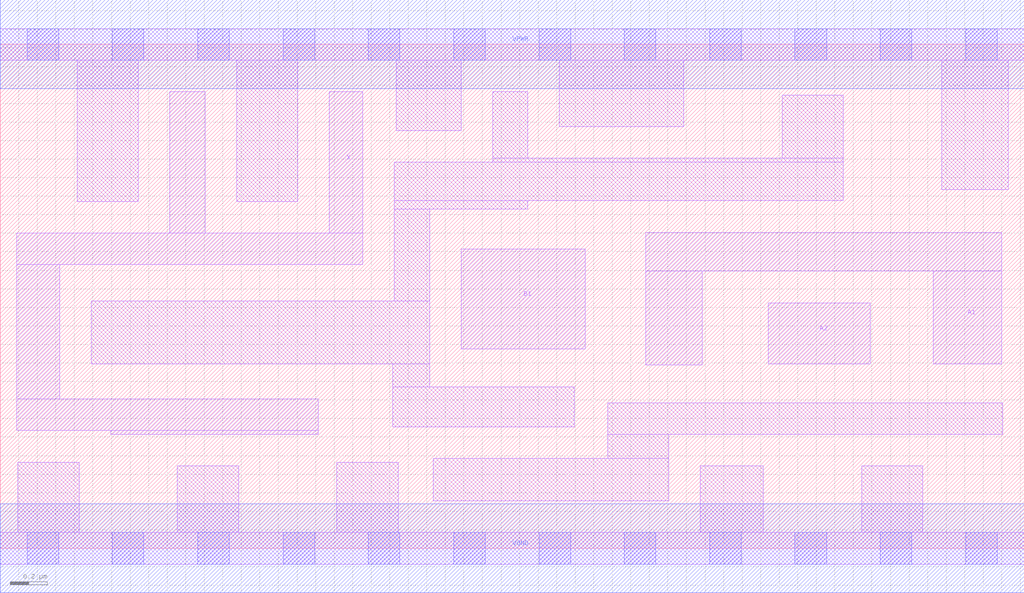
<source format=lef>
# Copyright 2020 The SkyWater PDK Authors
#
# Licensed under the Apache License, Version 2.0 (the "License");
# you may not use this file except in compliance with the License.
# You may obtain a copy of the License at
#
#     https://www.apache.org/licenses/LICENSE-2.0
#
# Unless required by applicable law or agreed to in writing, software
# distributed under the License is distributed on an "AS IS" BASIS,
# WITHOUT WARRANTIES OR CONDITIONS OF ANY KIND, either express or implied.
# See the License for the specific language governing permissions and
# limitations under the License.
#
# SPDX-License-Identifier: Apache-2.0

VERSION 5.7 ;
  NAMESCASESENSITIVE ON ;
  NOWIREEXTENSIONATPIN ON ;
  DIVIDERCHAR "/" ;
  BUSBITCHARS "[]" ;
UNITS
  DATABASE MICRONS 200 ;
END UNITS
MACRO sky130_fd_sc_hd__o21a_4
  CLASS CORE ;
  SOURCE USER ;
  FOREIGN sky130_fd_sc_hd__o21a_4 ;
  ORIGIN  0.000000  0.000000 ;
  SIZE  5.520000 BY  2.720000 ;
  SYMMETRY X Y R90 ;
  SITE unithd ;
  PIN A1
    ANTENNAGATEAREA  0.495000 ;
    DIRECTION INPUT ;
    USE SIGNAL ;
    PORT
      LAYER li1 ;
        RECT 3.480000 0.990000 3.785000 1.495000 ;
        RECT 3.480000 1.495000 5.400000 1.705000 ;
        RECT 5.030000 0.995000 5.400000 1.495000 ;
    END
  END A1
  PIN A2
    ANTENNAGATEAREA  0.495000 ;
    DIRECTION INPUT ;
    USE SIGNAL ;
    PORT
      LAYER li1 ;
        RECT 4.140000 0.995000 4.690000 1.325000 ;
    END
  END A2
  PIN B1
    ANTENNAGATEAREA  0.495000 ;
    DIRECTION INPUT ;
    USE SIGNAL ;
    PORT
      LAYER li1 ;
        RECT 2.485000 1.075000 3.155000 1.615000 ;
    END
  END B1
  PIN X
    ANTENNADIFFAREA  0.924000 ;
    DIRECTION OUTPUT ;
    USE SIGNAL ;
    PORT
      LAYER li1 ;
        RECT 0.090000 0.635000 1.715000 0.805000 ;
        RECT 0.090000 0.805000 0.320000 1.530000 ;
        RECT 0.090000 1.530000 1.955000 1.700000 ;
        RECT 0.595000 0.615000 1.715000 0.635000 ;
        RECT 0.915000 1.700000 1.105000 2.465000 ;
        RECT 1.775000 1.700000 1.955000 2.465000 ;
    END
  END X
  PIN VGND
    DIRECTION INOUT ;
    SHAPE ABUTMENT ;
    USE GROUND ;
    PORT
      LAYER met1 ;
        RECT 0.000000 -0.240000 5.520000 0.240000 ;
    END
  END VGND
  PIN VPWR
    DIRECTION INOUT ;
    SHAPE ABUTMENT ;
    USE POWER ;
    PORT
      LAYER met1 ;
        RECT 0.000000 2.480000 5.520000 2.960000 ;
    END
  END VPWR
  OBS
    LAYER li1 ;
      RECT 0.000000 -0.085000 5.520000 0.085000 ;
      RECT 0.000000  2.635000 5.520000 2.805000 ;
      RECT 0.095000  0.085000 0.425000 0.465000 ;
      RECT 0.415000  1.870000 0.745000 2.635000 ;
      RECT 0.490000  0.995000 2.315000 1.335000 ;
      RECT 0.955000  0.085000 1.285000 0.445000 ;
      RECT 1.275000  1.870000 1.605000 2.635000 ;
      RECT 1.815000  0.085000 2.145000 0.465000 ;
      RECT 2.115000  0.655000 3.095000 0.870000 ;
      RECT 2.115000  0.870000 2.315000 0.995000 ;
      RECT 2.125000  1.335000 2.315000 1.830000 ;
      RECT 2.125000  1.830000 2.845000 1.875000 ;
      RECT 2.125000  1.875000 4.545000 2.085000 ;
      RECT 2.135000  2.255000 2.485000 2.635000 ;
      RECT 2.335000  0.255000 3.605000 0.485000 ;
      RECT 2.655000  2.085000 4.545000 2.105000 ;
      RECT 2.655000  2.105000 2.845000 2.465000 ;
      RECT 3.015000  2.275000 3.685000 2.635000 ;
      RECT 3.275000  0.485000 3.605000 0.615000 ;
      RECT 3.275000  0.615000 5.405000 0.785000 ;
      RECT 3.775000  0.085000 4.115000 0.445000 ;
      RECT 4.215000  2.105000 4.545000 2.445000 ;
      RECT 4.645000  0.085000 4.975000 0.445000 ;
      RECT 5.075000  1.935000 5.435000 2.635000 ;
    LAYER mcon ;
      RECT 0.145000 -0.085000 0.315000 0.085000 ;
      RECT 0.145000  2.635000 0.315000 2.805000 ;
      RECT 0.605000 -0.085000 0.775000 0.085000 ;
      RECT 0.605000  2.635000 0.775000 2.805000 ;
      RECT 1.065000 -0.085000 1.235000 0.085000 ;
      RECT 1.065000  2.635000 1.235000 2.805000 ;
      RECT 1.525000 -0.085000 1.695000 0.085000 ;
      RECT 1.525000  2.635000 1.695000 2.805000 ;
      RECT 1.985000 -0.085000 2.155000 0.085000 ;
      RECT 1.985000  2.635000 2.155000 2.805000 ;
      RECT 2.445000 -0.085000 2.615000 0.085000 ;
      RECT 2.445000  2.635000 2.615000 2.805000 ;
      RECT 2.905000 -0.085000 3.075000 0.085000 ;
      RECT 2.905000  2.635000 3.075000 2.805000 ;
      RECT 3.365000 -0.085000 3.535000 0.085000 ;
      RECT 3.365000  2.635000 3.535000 2.805000 ;
      RECT 3.825000 -0.085000 3.995000 0.085000 ;
      RECT 3.825000  2.635000 3.995000 2.805000 ;
      RECT 4.285000 -0.085000 4.455000 0.085000 ;
      RECT 4.285000  2.635000 4.455000 2.805000 ;
      RECT 4.745000 -0.085000 4.915000 0.085000 ;
      RECT 4.745000  2.635000 4.915000 2.805000 ;
      RECT 5.205000 -0.085000 5.375000 0.085000 ;
      RECT 5.205000  2.635000 5.375000 2.805000 ;
  END
END sky130_fd_sc_hd__o21a_4

</source>
